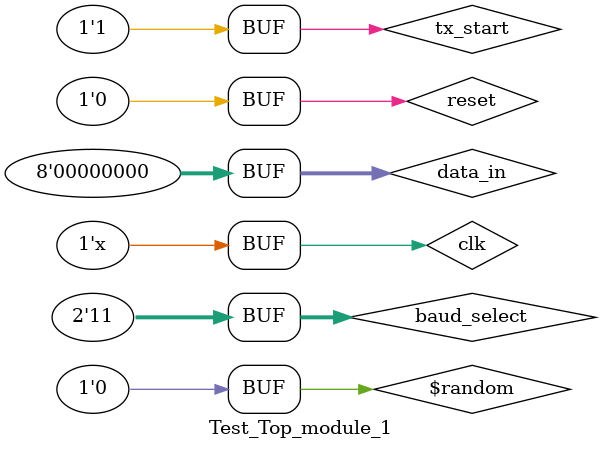
<source format=v>
module Test_Top_module_1;

reg clk,reset,tx_start;
reg [7:0]data_in;
reg [1:0]baud_select;
wire [6:0]cathode;
wire [3:0]anode;

Top_module_1 UUT(.clk(clk),
                 .reset(reset),
					  .tx_start(tx_start),
					  .data_in(data_in),
					  .cathode_value(cathode),
					  .anode_value(anode),
					  .baud_select(baud_select));
					  
initial 
  begin
   clk=0;
	reset=1;
	tx_start=0;
	data_in=0;
	baud_select=2'b11;
	#10 reset=0;
	    
	//#1300000 tx_start=0;
  end

always 
  #10 clk=~clk;
  
initial	
	begin
		#10 tx_start=1; data_in=$random;
	end


//  
//initial 
//  begin
//    forever
//	   #20000000 data_in=$random;
//  end
endmodule

</source>
